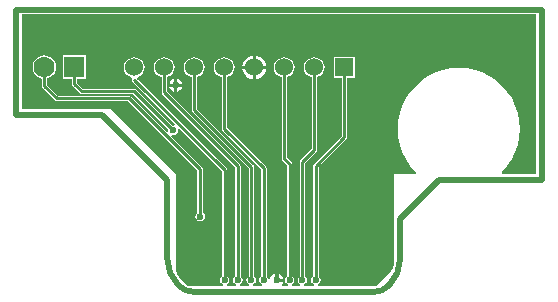
<source format=gbl>
G04*
G04 #@! TF.GenerationSoftware,Altium Limited,CircuitStudio,1.5.2 (1.5.2.30)*
G04*
G04 Layer_Physical_Order=2*
G04 Layer_Color=12500520*
%FSLAX44Y44*%
%MOMM*%
G71*
G01*
G75*
%ADD17C,0.2540*%
%ADD18C,0.5000*%
%ADD19C,1.7780*%
%ADD20R,1.7780X1.7780*%
%ADD21C,1.5240*%
%ADD22R,1.5240X1.5240*%
%ADD24C,0.6000*%
G36*
X609240Y371295D02*
X580641D01*
X580193Y372483D01*
X580517Y372768D01*
X584972Y377848D01*
X588727Y383466D01*
X591715Y389526D01*
X593887Y395925D01*
X595205Y402552D01*
X595647Y409295D01*
X595205Y416037D01*
X593887Y422665D01*
X591715Y429063D01*
X588727Y435124D01*
X584972Y440742D01*
X580517Y445822D01*
X575437Y450277D01*
X569819Y454031D01*
X563758Y457020D01*
X557360Y459192D01*
X550733Y460510D01*
X543990Y460952D01*
X537247Y460510D01*
X530620Y459192D01*
X524222Y457020D01*
X518161Y454031D01*
X512543Y450277D01*
X507463Y445822D01*
X503008Y440742D01*
X499253Y435124D01*
X496265Y429063D01*
X494093Y422665D01*
X492775Y416037D01*
X492333Y409295D01*
X492775Y402552D01*
X494093Y395925D01*
X496265Y389526D01*
X499253Y383466D01*
X503008Y377848D01*
X507463Y372768D01*
X507787Y372483D01*
X507339Y371295D01*
X489240D01*
X489322Y298366D01*
X489323Y298365D01*
X488993Y295019D01*
X488017Y291802D01*
X486432Y288836D01*
X485098Y287211D01*
X484240Y286296D01*
X474240Y276295D01*
X424923D01*
X424510Y277470D01*
X424527Y277565D01*
X425794Y278411D01*
X426678Y279734D01*
X426988Y281295D01*
X426678Y282856D01*
X425794Y284179D01*
X425224Y284559D01*
Y376951D01*
X448677Y400403D01*
X449178Y401154D01*
X449355Y402040D01*
Y452675D01*
X455660D01*
Y469915D01*
X438420D01*
Y452675D01*
X444725D01*
Y402999D01*
X421273Y379547D01*
X420772Y378796D01*
X420596Y377910D01*
Y284559D01*
X420026Y284179D01*
X419142Y282856D01*
X418832Y281295D01*
X419142Y279734D01*
X420026Y278411D01*
X421293Y277565D01*
X421310Y277470D01*
X420897Y276295D01*
X413493D01*
X413080Y277470D01*
X413097Y277565D01*
X414364Y278411D01*
X415248Y279734D01*
X415558Y281295D01*
X415248Y282856D01*
X414364Y284179D01*
X413795Y284559D01*
Y380521D01*
X423277Y390003D01*
X423612Y390505D01*
X423778Y390754D01*
X423955Y391640D01*
Y452923D01*
X425987Y453765D01*
X427788Y455147D01*
X429170Y456948D01*
X430038Y459045D01*
X430334Y461295D01*
X430038Y463545D01*
X429170Y465642D01*
X427788Y467443D01*
X425987Y468825D01*
X423890Y469693D01*
X421640Y469989D01*
X419390Y469693D01*
X417293Y468825D01*
X415492Y467443D01*
X414110Y465642D01*
X413242Y463545D01*
X412946Y461295D01*
X413242Y459045D01*
X414110Y456948D01*
X415492Y455147D01*
X417293Y453765D01*
X419325Y452923D01*
Y392599D01*
X409843Y383117D01*
X409342Y382366D01*
X409165Y381480D01*
Y284559D01*
X408596Y284179D01*
X407712Y282856D01*
X407402Y281295D01*
X407712Y279734D01*
X408596Y278411D01*
X409863Y277565D01*
X409880Y277470D01*
X409467Y276295D01*
X402713D01*
X402300Y277470D01*
X402318Y277565D01*
X403584Y278411D01*
X404468Y279734D01*
X404778Y281295D01*
X404468Y282856D01*
X403584Y284179D01*
X403014Y284559D01*
Y379300D01*
X402838Y380186D01*
X402337Y380937D01*
X398554Y384719D01*
Y452923D01*
X400587Y453765D01*
X402388Y455147D01*
X403770Y456948D01*
X404638Y459045D01*
X404934Y461295D01*
X404638Y463545D01*
X403770Y465642D01*
X402388Y467443D01*
X400587Y468825D01*
X398490Y469693D01*
X396240Y469989D01*
X393990Y469693D01*
X391893Y468825D01*
X390092Y467443D01*
X388710Y465642D01*
X387842Y463545D01*
X387546Y461295D01*
X387842Y459045D01*
X388710Y456948D01*
X390092Y455147D01*
X391893Y453765D01*
X393926Y452923D01*
Y383760D01*
X394102Y382874D01*
X394603Y382123D01*
X398386Y378341D01*
Y284559D01*
X397816Y284179D01*
X396932Y282856D01*
X396622Y281295D01*
X396932Y279734D01*
X397816Y278411D01*
X399083Y277565D01*
X399100Y277470D01*
X398687Y276295D01*
X394301D01*
X393871Y277565D01*
X394919Y279133D01*
X395096Y280025D01*
X389700D01*
Y281295D01*
X388430D01*
Y286691D01*
X387538Y286514D01*
X385706Y285289D01*
X384482Y283456D01*
X384182Y281953D01*
X382887D01*
X382708Y282856D01*
X381824Y284179D01*
X381255Y284559D01*
Y376060D01*
X381078Y376946D01*
X380912Y377195D01*
X380577Y377697D01*
X347755Y410519D01*
Y452923D01*
X349787Y453765D01*
X351588Y455147D01*
X352970Y456948D01*
X353838Y459045D01*
X354134Y461295D01*
X353838Y463545D01*
X352970Y465642D01*
X351588Y467443D01*
X349787Y468825D01*
X347690Y469693D01*
X345440Y469989D01*
X343190Y469693D01*
X341093Y468825D01*
X339292Y467443D01*
X337910Y465642D01*
X337042Y463545D01*
X336746Y461295D01*
X337042Y459045D01*
X337910Y456948D01*
X339292Y455147D01*
X341093Y453765D01*
X343125Y452923D01*
Y409560D01*
X343302Y408674D01*
X343803Y407923D01*
X376626Y375101D01*
Y284559D01*
X376056Y284179D01*
X375172Y282856D01*
X374862Y281295D01*
X375172Y279734D01*
X376056Y278411D01*
X377323Y277565D01*
X377340Y277470D01*
X376927Y276295D01*
X370253D01*
X369840Y277470D01*
X369857Y277565D01*
X371124Y278411D01*
X372008Y279734D01*
X372318Y281295D01*
X372008Y282856D01*
X371124Y284179D01*
X370555Y284559D01*
Y377295D01*
X370378Y378181D01*
X370212Y378430D01*
X369877Y378932D01*
X322355Y426454D01*
Y452923D01*
X324387Y453765D01*
X326188Y455147D01*
X327570Y456948D01*
X328438Y459045D01*
X328734Y461295D01*
X328438Y463545D01*
X327570Y465642D01*
X326188Y467443D01*
X324387Y468825D01*
X322290Y469693D01*
X320040Y469989D01*
X317790Y469693D01*
X315693Y468825D01*
X313892Y467443D01*
X312510Y465642D01*
X311642Y463545D01*
X311346Y461295D01*
X311642Y459045D01*
X312510Y456948D01*
X313892Y455147D01*
X315693Y453765D01*
X317726Y452923D01*
Y425495D01*
X317902Y424609D01*
X318403Y423858D01*
X365925Y376336D01*
Y284559D01*
X365356Y284179D01*
X364472Y282856D01*
X364162Y281295D01*
X364472Y279734D01*
X365356Y278411D01*
X366623Y277565D01*
X366640Y277470D01*
X366227Y276295D01*
X358883D01*
X358470Y277470D01*
X358487Y277565D01*
X359754Y278411D01*
X360638Y279734D01*
X360948Y281295D01*
X360638Y282856D01*
X359754Y284179D01*
X359184Y284559D01*
Y378130D01*
X359008Y379016D01*
X358507Y379767D01*
X296954Y441319D01*
Y452923D01*
X298987Y453765D01*
X300788Y455147D01*
X302170Y456948D01*
X303038Y459045D01*
X303334Y461295D01*
X303038Y463545D01*
X302170Y465642D01*
X300788Y467443D01*
X298987Y468825D01*
X296890Y469693D01*
X294640Y469989D01*
X292390Y469693D01*
X290293Y468825D01*
X288492Y467443D01*
X287110Y465642D01*
X286242Y463545D01*
X285946Y461295D01*
X286242Y459045D01*
X287110Y456948D01*
X288492Y455147D01*
X290293Y453765D01*
X292325Y452923D01*
Y440360D01*
X292502Y439474D01*
X293003Y438723D01*
X354556Y377171D01*
Y284559D01*
X353986Y284179D01*
X353102Y282856D01*
X352792Y281295D01*
X353102Y279734D01*
X353986Y278411D01*
X355253Y277565D01*
X355270Y277470D01*
X354856Y276295D01*
X347714D01*
X347300Y277470D01*
X347317Y277565D01*
X348584Y278411D01*
X349468Y279734D01*
X349778Y281295D01*
X349468Y282856D01*
X348584Y284179D01*
X348014Y284559D01*
Y374300D01*
X347838Y375186D01*
X347337Y375937D01*
X271638Y451635D01*
X271606Y451907D01*
X271973Y453097D01*
X273587Y453765D01*
X275388Y455147D01*
X276770Y456948D01*
X277638Y459045D01*
X277934Y461295D01*
X277638Y463545D01*
X276770Y465642D01*
X275388Y467443D01*
X273587Y468825D01*
X271490Y469693D01*
X269240Y469989D01*
X266990Y469693D01*
X264893Y468825D01*
X263092Y467443D01*
X261710Y465642D01*
X260842Y463545D01*
X260546Y461295D01*
X260842Y459045D01*
X261710Y456948D01*
X263092Y455147D01*
X264893Y453765D01*
X266536Y453085D01*
X267080Y451885D01*
X267100Y451668D01*
X267093Y451602D01*
X266926Y450760D01*
X267102Y449874D01*
X267603Y449123D01*
X303690Y413037D01*
X303064Y411867D01*
X302000Y412078D01*
X301328Y411945D01*
X270637Y442637D01*
X269886Y443138D01*
X269000Y443315D01*
X225494D01*
X220755Y448054D01*
Y451690D01*
X228330D01*
Y471470D01*
X208550D01*
Y451690D01*
X216126D01*
Y447095D01*
X216302Y446209D01*
X216803Y445458D01*
X222898Y439363D01*
X223400Y439028D01*
X223649Y438862D01*
X224535Y438685D01*
X268041D01*
X298055Y408672D01*
X297922Y408000D01*
X298133Y406936D01*
X296963Y406310D01*
X266637Y436637D01*
X265886Y437138D01*
X265000Y437314D01*
X204494D01*
X195354Y446454D01*
Y451909D01*
X195622Y451944D01*
X198028Y452941D01*
X200094Y454526D01*
X201679Y456592D01*
X202675Y458998D01*
X203015Y461580D01*
X202675Y464162D01*
X201679Y466567D01*
X200094Y468633D01*
X198028Y470219D01*
X195622Y471215D01*
X193040Y471555D01*
X190458Y471215D01*
X188052Y470219D01*
X185986Y468633D01*
X184401Y466567D01*
X183405Y464162D01*
X183065Y461580D01*
X183405Y458998D01*
X184401Y456592D01*
X185986Y454526D01*
X188052Y452941D01*
X190458Y451944D01*
X190725Y451909D01*
Y445495D01*
X190902Y444609D01*
X191403Y443858D01*
X201898Y433363D01*
X202649Y432862D01*
X203535Y432686D01*
X264041D01*
X322686Y374041D01*
Y338264D01*
X322116Y337884D01*
X321232Y336561D01*
X320922Y335000D01*
X321232Y333439D01*
X322116Y332116D01*
X323439Y331232D01*
X325000Y330922D01*
X326561Y331232D01*
X327884Y332116D01*
X328768Y333439D01*
X329078Y335000D01*
X328768Y336561D01*
X327884Y337884D01*
X327314Y338264D01*
Y375000D01*
X327138Y375886D01*
X326637Y376637D01*
X300310Y402963D01*
X300936Y404133D01*
X302000Y403922D01*
X303561Y404232D01*
X304884Y405116D01*
X305768Y406439D01*
X306078Y408000D01*
X305867Y409064D01*
X307037Y409690D01*
X343386Y373341D01*
Y284559D01*
X342816Y284179D01*
X341932Y282856D01*
X341622Y281295D01*
X341932Y279734D01*
X342816Y278411D01*
X344082Y277565D01*
X344100Y277470D01*
X343686Y276295D01*
X314240D01*
X309182Y281236D01*
X307048Y283836D01*
X305463Y286801D01*
X304487Y290019D01*
X304165Y293284D01*
X304240Y293366D01*
X304240D01*
Y371295D01*
X249240Y426295D01*
X174240D01*
Y506295D01*
X609240D01*
Y371295D01*
D02*
G37*
%LPC*%
G36*
X309636Y445025D02*
X305510D01*
Y440899D01*
X306402Y441076D01*
X308234Y442301D01*
X309459Y444133D01*
X309636Y445025D01*
D02*
G37*
G36*
X302970Y451691D02*
X302078Y451513D01*
X300246Y450289D01*
X299021Y448456D01*
X298844Y447565D01*
X302970D01*
Y451691D01*
D02*
G37*
G36*
X390970Y286691D02*
Y282565D01*
X395096D01*
X394919Y283456D01*
X393694Y285289D01*
X391862Y286514D01*
X390970Y286691D01*
D02*
G37*
G36*
X302970Y445025D02*
X298844D01*
X299021Y444133D01*
X300246Y442301D01*
X302078Y441076D01*
X302970Y440899D01*
Y445025D01*
D02*
G37*
G36*
X369570Y471375D02*
X368188Y471193D01*
X365716Y470170D01*
X363594Y468541D01*
X361965Y466419D01*
X360942Y463947D01*
X360760Y462565D01*
X369570D01*
Y471375D01*
D02*
G37*
G36*
X372110D02*
Y462565D01*
X380920D01*
X380738Y463947D01*
X379715Y466419D01*
X378086Y468541D01*
X375964Y470170D01*
X373492Y471193D01*
X372110Y471375D01*
D02*
G37*
G36*
X380920Y460025D02*
X372110D01*
Y451214D01*
X373492Y451396D01*
X375964Y452420D01*
X378086Y454049D01*
X379715Y456171D01*
X380738Y458643D01*
X380920Y460025D01*
D02*
G37*
G36*
X305510Y451691D02*
Y447565D01*
X309636D01*
X309459Y448456D01*
X308234Y450289D01*
X306402Y451513D01*
X305510Y451691D01*
D02*
G37*
G36*
X369570Y460025D02*
X360760D01*
X360942Y458643D01*
X361965Y456171D01*
X363594Y454049D01*
X365716Y452420D01*
X368188Y451396D01*
X369570Y451214D01*
Y460025D01*
D02*
G37*
%LPD*%
D17*
X294640Y440360D02*
Y461295D01*
Y440360D02*
X356870Y378130D01*
X389700Y281295D02*
Y398835D01*
X370840Y417695D02*
Y461295D01*
Y417695D02*
X389700Y398835D01*
X378940Y280670D02*
Y376060D01*
X368240Y281295D02*
Y377295D01*
X320040Y425495D02*
X368240Y377295D01*
X320040Y425495D02*
Y461295D01*
X345440Y409560D02*
X378940Y376060D01*
X345440Y409560D02*
Y461295D01*
X411480Y281295D02*
Y381480D01*
X421640Y391640D01*
X269240Y450760D02*
X345700Y374300D01*
Y281295D02*
Y374300D01*
X218440Y447095D02*
Y461580D01*
Y447095D02*
X224535Y441000D01*
X203535Y435000D02*
X265000D01*
X193040Y445495D02*
Y461580D01*
Y445495D02*
X203535Y435000D01*
X269000Y441000D02*
X302000Y408000D01*
X224535Y441000D02*
X269000D01*
X265000Y435000D02*
X325000Y375000D01*
Y335000D02*
Y375000D01*
X400700Y280670D02*
Y379300D01*
X396240Y383760D02*
X400700Y379300D01*
X396240Y383760D02*
Y461295D01*
X447040Y402040D02*
Y461295D01*
X422910Y377910D02*
X447040Y402040D01*
X422910Y280670D02*
Y377910D01*
X421640Y391640D02*
Y461295D01*
X356870Y280670D02*
Y378130D01*
D18*
X307169Y276295D02*
G03*
X319240Y271295I12071J12071D01*
G01*
X297169Y298995D02*
G03*
X306149Y277315I30661J0D01*
G01*
X485260D02*
G03*
X494240Y298995I-21680J21680D01*
G01*
X472169Y271295D02*
G03*
X484240Y276295I0J17071D01*
G01*
X494240Y298995D02*
Y333295D01*
X527240Y366295D01*
X614240D01*
X169240Y421295D02*
X242169D01*
X297169Y366295D01*
Y298995D02*
Y366295D01*
X484240Y276295D02*
X485260Y277315D01*
X469240Y271295D02*
X472169D01*
X169240Y421295D02*
Y510000D01*
X614240Y366295D02*
Y510000D01*
X319240Y271295D02*
X469240D01*
X169240Y510000D02*
X614240D01*
D19*
X193040Y461580D02*
D03*
D20*
X218440Y461580D02*
D03*
D21*
X269240Y461295D02*
D03*
X294640D02*
D03*
X421640D02*
D03*
X396240D02*
D03*
X370840D02*
D03*
X345440D02*
D03*
X320040D02*
D03*
D22*
X447040D02*
D03*
D24*
X304240Y446295D02*
D03*
X345700Y281295D02*
D03*
X368240D02*
D03*
X389700D02*
D03*
X302000Y408000D02*
D03*
X325000Y335000D02*
D03*
X356870Y281295D02*
D03*
X378940D02*
D03*
X400700D02*
D03*
X411480D02*
D03*
X422910D02*
D03*
M02*

</source>
